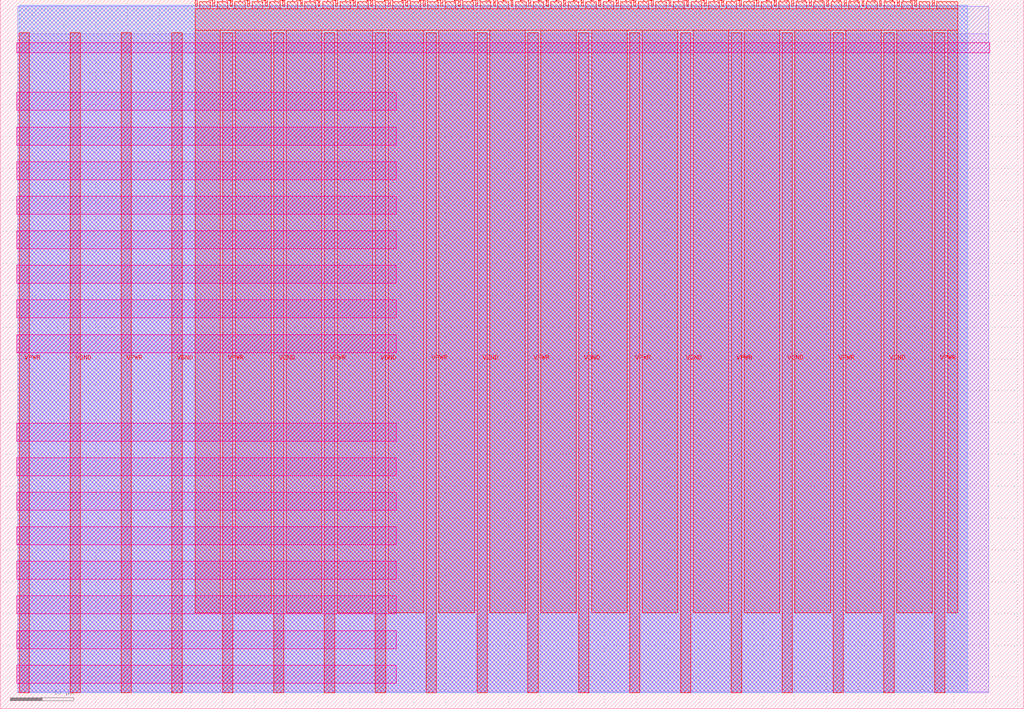
<source format=lef>
VERSION 5.7 ;
  NOWIREEXTENSIONATPIN ON ;
  DIVIDERCHAR "/" ;
  BUSBITCHARS "[]" ;
MACRO tt_um_micro_tiles_container_group2
  CLASS BLOCK ;
  FOREIGN tt_um_micro_tiles_container_group2 ;
  ORIGIN 0.000 0.000 ;
  SIZE 161.000 BY 111.520 ;
  PIN VGND
    DIRECTION INOUT ;
    USE GROUND ;
    PORT
      LAYER met4 ;
        RECT 11.000 2.480 12.600 106.320 ;
    END
    PORT
      LAYER met4 ;
        RECT 27.000 2.480 28.600 106.320 ;
    END
    PORT
      LAYER met4 ;
        RECT 43.000 2.480 44.600 106.320 ;
    END
    PORT
      LAYER met4 ;
        RECT 59.000 2.480 60.600 106.320 ;
    END
    PORT
      LAYER met4 ;
        RECT 75.000 2.480 76.600 106.320 ;
    END
    PORT
      LAYER met4 ;
        RECT 91.000 2.480 92.600 106.320 ;
    END
    PORT
      LAYER met4 ;
        RECT 107.000 2.480 108.600 106.320 ;
    END
    PORT
      LAYER met4 ;
        RECT 123.000 2.480 124.600 106.320 ;
    END
    PORT
      LAYER met4 ;
        RECT 139.000 2.480 140.600 106.320 ;
    END
  END VGND
  PIN VPWR
    DIRECTION INOUT ;
    USE POWER ;
    PORT
      LAYER met4 ;
        RECT 3.000 2.480 4.600 106.320 ;
    END
    PORT
      LAYER met4 ;
        RECT 19.000 2.480 20.600 106.320 ;
    END
    PORT
      LAYER met4 ;
        RECT 35.000 2.480 36.600 106.320 ;
    END
    PORT
      LAYER met4 ;
        RECT 51.000 2.480 52.600 106.320 ;
    END
    PORT
      LAYER met4 ;
        RECT 67.000 2.480 68.600 106.320 ;
    END
    PORT
      LAYER met4 ;
        RECT 83.000 2.480 84.600 106.320 ;
    END
    PORT
      LAYER met4 ;
        RECT 99.000 2.480 100.600 106.320 ;
    END
    PORT
      LAYER met4 ;
        RECT 115.000 2.480 116.600 106.320 ;
    END
    PORT
      LAYER met4 ;
        RECT 131.000 2.480 132.600 106.320 ;
    END
    PORT
      LAYER met4 ;
        RECT 147.000 2.480 148.600 106.320 ;
    END
  END VPWR
  PIN clk
    DIRECTION INPUT ;
    USE SIGNAL ;
    ANTENNAGATEAREA 0.852000 ;
    PORT
      LAYER met4 ;
        RECT 143.830 110.520 144.130 111.520 ;
    END
  END clk
  PIN ena
    DIRECTION INPUT ;
    USE SIGNAL ;
    PORT
      LAYER met4 ;
        RECT 146.590 110.520 146.890 111.520 ;
    END
  END ena
  PIN rst_n
    DIRECTION INPUT ;
    USE SIGNAL ;
    ANTENNAGATEAREA 0.213000 ;
    PORT
      LAYER met4 ;
        RECT 141.070 110.520 141.370 111.520 ;
    END
  END rst_n
  PIN ui_in[0]
    DIRECTION INPUT ;
    USE SIGNAL ;
    ANTENNAGATEAREA 0.213000 ;
    PORT
      LAYER met4 ;
        RECT 138.310 110.520 138.610 111.520 ;
    END
  END ui_in[0]
  PIN ui_in[1]
    DIRECTION INPUT ;
    USE SIGNAL ;
    ANTENNAGATEAREA 0.213000 ;
    PORT
      LAYER met4 ;
        RECT 135.550 110.520 135.850 111.520 ;
    END
  END ui_in[1]
  PIN ui_in[2]
    DIRECTION INPUT ;
    USE SIGNAL ;
    ANTENNAGATEAREA 0.213000 ;
    PORT
      LAYER met4 ;
        RECT 132.790 110.520 133.090 111.520 ;
    END
  END ui_in[2]
  PIN ui_in[3]
    DIRECTION INPUT ;
    USE SIGNAL ;
    ANTENNAGATEAREA 0.213000 ;
    ANTENNADIFFAREA 0.434700 ;
    PORT
      LAYER met4 ;
        RECT 130.030 110.520 130.330 111.520 ;
    END
  END ui_in[3]
  PIN ui_in[4]
    DIRECTION INPUT ;
    USE SIGNAL ;
    ANTENNAGATEAREA 0.213000 ;
    PORT
      LAYER met4 ;
        RECT 127.270 110.520 127.570 111.520 ;
    END
  END ui_in[4]
  PIN ui_in[5]
    DIRECTION INPUT ;
    USE SIGNAL ;
    ANTENNAGATEAREA 0.126000 ;
    PORT
      LAYER met4 ;
        RECT 124.510 110.520 124.810 111.520 ;
    END
  END ui_in[5]
  PIN ui_in[6]
    DIRECTION INPUT ;
    USE SIGNAL ;
    ANTENNAGATEAREA 0.213000 ;
    PORT
      LAYER met4 ;
        RECT 121.750 110.520 122.050 111.520 ;
    END
  END ui_in[6]
  PIN ui_in[7]
    DIRECTION INPUT ;
    USE SIGNAL ;
    ANTENNAGATEAREA 0.126000 ;
    PORT
      LAYER met4 ;
        RECT 118.990 110.520 119.290 111.520 ;
    END
  END ui_in[7]
  PIN uio_in[0]
    DIRECTION INPUT ;
    USE SIGNAL ;
    ANTENNAGATEAREA 0.196500 ;
    PORT
      LAYER met4 ;
        RECT 116.230 110.520 116.530 111.520 ;
    END
  END uio_in[0]
  PIN uio_in[1]
    DIRECTION INPUT ;
    USE SIGNAL ;
    ANTENNAGATEAREA 0.196500 ;
    PORT
      LAYER met4 ;
        RECT 113.470 110.520 113.770 111.520 ;
    END
  END uio_in[1]
  PIN uio_in[2]
    DIRECTION INPUT ;
    USE SIGNAL ;
    PORT
      LAYER met4 ;
        RECT 110.710 110.520 111.010 111.520 ;
    END
  END uio_in[2]
  PIN uio_in[3]
    DIRECTION INPUT ;
    USE SIGNAL ;
    PORT
      LAYER met4 ;
        RECT 107.950 110.520 108.250 111.520 ;
    END
  END uio_in[3]
  PIN uio_in[4]
    DIRECTION INPUT ;
    USE SIGNAL ;
    PORT
      LAYER met4 ;
        RECT 105.190 110.520 105.490 111.520 ;
    END
  END uio_in[4]
  PIN uio_in[5]
    DIRECTION INPUT ;
    USE SIGNAL ;
    PORT
      LAYER met4 ;
        RECT 102.430 110.520 102.730 111.520 ;
    END
  END uio_in[5]
  PIN uio_in[6]
    DIRECTION INPUT ;
    USE SIGNAL ;
    PORT
      LAYER met4 ;
        RECT 99.670 110.520 99.970 111.520 ;
    END
  END uio_in[6]
  PIN uio_in[7]
    DIRECTION INPUT ;
    USE SIGNAL ;
    PORT
      LAYER met4 ;
        RECT 96.910 110.520 97.210 111.520 ;
    END
  END uio_in[7]
  PIN uio_oe[0]
    DIRECTION OUTPUT ;
    USE SIGNAL ;
    ANTENNADIFFAREA 0.445500 ;
    PORT
      LAYER met4 ;
        RECT 49.990 110.520 50.290 111.520 ;
    END
  END uio_oe[0]
  PIN uio_oe[1]
    DIRECTION OUTPUT ;
    USE SIGNAL ;
    ANTENNADIFFAREA 0.445500 ;
    PORT
      LAYER met4 ;
        RECT 47.230 110.520 47.530 111.520 ;
    END
  END uio_oe[1]
  PIN uio_oe[2]
    DIRECTION OUTPUT ;
    USE SIGNAL ;
    ANTENNADIFFAREA 0.445500 ;
    PORT
      LAYER met4 ;
        RECT 44.470 110.520 44.770 111.520 ;
    END
  END uio_oe[2]
  PIN uio_oe[3]
    DIRECTION OUTPUT ;
    USE SIGNAL ;
    ANTENNADIFFAREA 0.445500 ;
    PORT
      LAYER met4 ;
        RECT 41.710 110.520 42.010 111.520 ;
    END
  END uio_oe[3]
  PIN uio_oe[4]
    DIRECTION OUTPUT ;
    USE SIGNAL ;
    ANTENNADIFFAREA 0.445500 ;
    PORT
      LAYER met4 ;
        RECT 38.950 110.520 39.250 111.520 ;
    END
  END uio_oe[4]
  PIN uio_oe[5]
    DIRECTION OUTPUT ;
    USE SIGNAL ;
    ANTENNADIFFAREA 0.445500 ;
    PORT
      LAYER met4 ;
        RECT 36.190 110.520 36.490 111.520 ;
    END
  END uio_oe[5]
  PIN uio_oe[6]
    DIRECTION OUTPUT ;
    USE SIGNAL ;
    ANTENNADIFFAREA 0.445500 ;
    PORT
      LAYER met4 ;
        RECT 33.430 110.520 33.730 111.520 ;
    END
  END uio_oe[6]
  PIN uio_oe[7]
    DIRECTION OUTPUT ;
    USE SIGNAL ;
    ANTENNADIFFAREA 0.445500 ;
    PORT
      LAYER met4 ;
        RECT 30.670 110.520 30.970 111.520 ;
    END
  END uio_oe[7]
  PIN uio_out[0]
    DIRECTION OUTPUT ;
    USE SIGNAL ;
    ANTENNADIFFAREA 0.445500 ;
    PORT
      LAYER met4 ;
        RECT 72.070 110.520 72.370 111.520 ;
    END
  END uio_out[0]
  PIN uio_out[1]
    DIRECTION OUTPUT ;
    USE SIGNAL ;
    ANTENNADIFFAREA 0.445500 ;
    PORT
      LAYER met4 ;
        RECT 69.310 110.520 69.610 111.520 ;
    END
  END uio_out[1]
  PIN uio_out[2]
    DIRECTION OUTPUT ;
    USE SIGNAL ;
    ANTENNADIFFAREA 0.445500 ;
    PORT
      LAYER met4 ;
        RECT 66.550 110.520 66.850 111.520 ;
    END
  END uio_out[2]
  PIN uio_out[3]
    DIRECTION OUTPUT ;
    USE SIGNAL ;
    ANTENNADIFFAREA 0.445500 ;
    PORT
      LAYER met4 ;
        RECT 63.790 110.520 64.090 111.520 ;
    END
  END uio_out[3]
  PIN uio_out[4]
    DIRECTION OUTPUT ;
    USE SIGNAL ;
    ANTENNADIFFAREA 0.445500 ;
    PORT
      LAYER met4 ;
        RECT 61.030 110.520 61.330 111.520 ;
    END
  END uio_out[4]
  PIN uio_out[5]
    DIRECTION OUTPUT ;
    USE SIGNAL ;
    ANTENNADIFFAREA 0.445500 ;
    PORT
      LAYER met4 ;
        RECT 58.270 110.520 58.570 111.520 ;
    END
  END uio_out[5]
  PIN uio_out[6]
    DIRECTION OUTPUT ;
    USE SIGNAL ;
    ANTENNADIFFAREA 0.445500 ;
    PORT
      LAYER met4 ;
        RECT 55.510 110.520 55.810 111.520 ;
    END
  END uio_out[6]
  PIN uio_out[7]
    DIRECTION OUTPUT ;
    USE SIGNAL ;
    ANTENNADIFFAREA 0.445500 ;
    PORT
      LAYER met4 ;
        RECT 52.750 110.520 53.050 111.520 ;
    END
  END uio_out[7]
  PIN uo_out[0]
    DIRECTION OUTPUT ;
    USE SIGNAL ;
    ANTENNADIFFAREA 0.891000 ;
    PORT
      LAYER met4 ;
        RECT 94.150 110.520 94.450 111.520 ;
    END
  END uo_out[0]
  PIN uo_out[1]
    DIRECTION OUTPUT ;
    USE SIGNAL ;
    ANTENNADIFFAREA 0.891000 ;
    PORT
      LAYER met4 ;
        RECT 91.390 110.520 91.690 111.520 ;
    END
  END uo_out[1]
  PIN uo_out[2]
    DIRECTION OUTPUT ;
    USE SIGNAL ;
    ANTENNADIFFAREA 0.891000 ;
    PORT
      LAYER met4 ;
        RECT 88.630 110.520 88.930 111.520 ;
    END
  END uo_out[2]
  PIN uo_out[3]
    DIRECTION OUTPUT ;
    USE SIGNAL ;
    ANTENNADIFFAREA 0.891000 ;
    PORT
      LAYER met4 ;
        RECT 85.870 110.520 86.170 111.520 ;
    END
  END uo_out[3]
  PIN uo_out[4]
    DIRECTION OUTPUT ;
    USE SIGNAL ;
    ANTENNADIFFAREA 0.891000 ;
    PORT
      LAYER met4 ;
        RECT 83.110 110.520 83.410 111.520 ;
    END
  END uo_out[4]
  PIN uo_out[5]
    DIRECTION OUTPUT ;
    USE SIGNAL ;
    ANTENNADIFFAREA 0.891000 ;
    PORT
      LAYER met4 ;
        RECT 80.350 110.520 80.650 111.520 ;
    END
  END uo_out[5]
  PIN uo_out[6]
    DIRECTION OUTPUT ;
    USE SIGNAL ;
    ANTENNADIFFAREA 0.891000 ;
    PORT
      LAYER met4 ;
        RECT 77.590 110.520 77.890 111.520 ;
    END
  END uo_out[6]
  PIN uo_out[7]
    DIRECTION OUTPUT ;
    USE SIGNAL ;
    ANTENNADIFFAREA 0.891000 ;
    PORT
      LAYER met4 ;
        RECT 74.830 110.520 75.130 111.520 ;
    END
  END uo_out[7]
  OBS
      LAYER nwell ;
        RECT 2.570 103.170 155.670 104.775 ;
        RECT 2.570 94.105 62.290 96.935 ;
        RECT 2.570 88.665 62.290 91.495 ;
        RECT 2.570 83.225 62.290 86.055 ;
        RECT 2.570 77.785 62.290 80.615 ;
        RECT 2.570 72.345 62.290 75.175 ;
        RECT 2.570 66.905 62.290 69.735 ;
        RECT 2.570 61.465 62.290 64.295 ;
        RECT 2.570 56.025 62.290 58.855 ;
        RECT 2.570 42.105 62.290 44.935 ;
        RECT 2.570 36.665 62.290 39.495 ;
        RECT 2.570 31.225 62.290 34.055 ;
        RECT 2.570 25.785 62.290 28.615 ;
        RECT 2.570 20.345 62.290 23.175 ;
        RECT 2.570 14.905 62.290 17.735 ;
        RECT 2.570 9.465 62.290 12.295 ;
        RECT 2.570 4.025 62.290 6.855 ;
      LAYER li1 ;
        RECT 2.760 2.635 155.480 106.165 ;
      LAYER met1 ;
        RECT 2.760 2.480 155.480 110.460 ;
      LAYER met2 ;
        RECT 3.000 2.480 152.170 110.685 ;
      LAYER met3 ;
        RECT 3.010 2.515 152.195 110.665 ;
      LAYER met4 ;
        RECT 31.370 110.120 33.030 111.170 ;
        RECT 34.130 110.120 35.790 111.170 ;
        RECT 36.890 110.120 38.550 111.170 ;
        RECT 39.650 110.120 41.310 111.170 ;
        RECT 42.410 110.120 44.070 111.170 ;
        RECT 45.170 110.120 46.830 111.170 ;
        RECT 47.930 110.120 49.590 111.170 ;
        RECT 50.690 110.120 52.350 111.170 ;
        RECT 53.450 110.120 55.110 111.170 ;
        RECT 56.210 110.120 57.870 111.170 ;
        RECT 58.970 110.120 60.630 111.170 ;
        RECT 61.730 110.120 63.390 111.170 ;
        RECT 64.490 110.120 66.150 111.170 ;
        RECT 67.250 110.120 68.910 111.170 ;
        RECT 70.010 110.120 71.670 111.170 ;
        RECT 72.770 110.120 74.430 111.170 ;
        RECT 75.530 110.120 77.190 111.170 ;
        RECT 78.290 110.120 79.950 111.170 ;
        RECT 81.050 110.120 82.710 111.170 ;
        RECT 83.810 110.120 85.470 111.170 ;
        RECT 86.570 110.120 88.230 111.170 ;
        RECT 89.330 110.120 90.990 111.170 ;
        RECT 92.090 110.120 93.750 111.170 ;
        RECT 94.850 110.120 96.510 111.170 ;
        RECT 97.610 110.120 99.270 111.170 ;
        RECT 100.370 110.120 102.030 111.170 ;
        RECT 103.130 110.120 104.790 111.170 ;
        RECT 105.890 110.120 107.550 111.170 ;
        RECT 108.650 110.120 110.310 111.170 ;
        RECT 111.410 110.120 113.070 111.170 ;
        RECT 114.170 110.120 115.830 111.170 ;
        RECT 116.930 110.120 118.590 111.170 ;
        RECT 119.690 110.120 121.350 111.170 ;
        RECT 122.450 110.120 124.110 111.170 ;
        RECT 125.210 110.120 126.870 111.170 ;
        RECT 127.970 110.120 129.630 111.170 ;
        RECT 130.730 110.120 132.390 111.170 ;
        RECT 133.490 110.120 135.150 111.170 ;
        RECT 136.250 110.120 137.910 111.170 ;
        RECT 139.010 110.120 140.670 111.170 ;
        RECT 141.770 110.120 143.430 111.170 ;
        RECT 144.530 110.120 146.190 111.170 ;
        RECT 147.290 110.120 150.585 111.170 ;
        RECT 30.655 106.720 150.585 110.120 ;
        RECT 30.655 15.135 34.600 106.720 ;
        RECT 37.000 15.135 42.600 106.720 ;
        RECT 45.000 15.135 50.600 106.720 ;
        RECT 53.000 15.135 58.600 106.720 ;
        RECT 61.000 15.135 66.600 106.720 ;
        RECT 69.000 15.135 74.600 106.720 ;
        RECT 77.000 15.135 82.600 106.720 ;
        RECT 85.000 15.135 90.600 106.720 ;
        RECT 93.000 15.135 98.600 106.720 ;
        RECT 101.000 15.135 106.600 106.720 ;
        RECT 109.000 15.135 114.600 106.720 ;
        RECT 117.000 15.135 122.600 106.720 ;
        RECT 125.000 15.135 130.600 106.720 ;
        RECT 133.000 15.135 138.600 106.720 ;
        RECT 141.000 15.135 146.600 106.720 ;
        RECT 149.000 15.135 150.585 106.720 ;
  END
END tt_um_micro_tiles_container_group2
END LIBRARY


</source>
